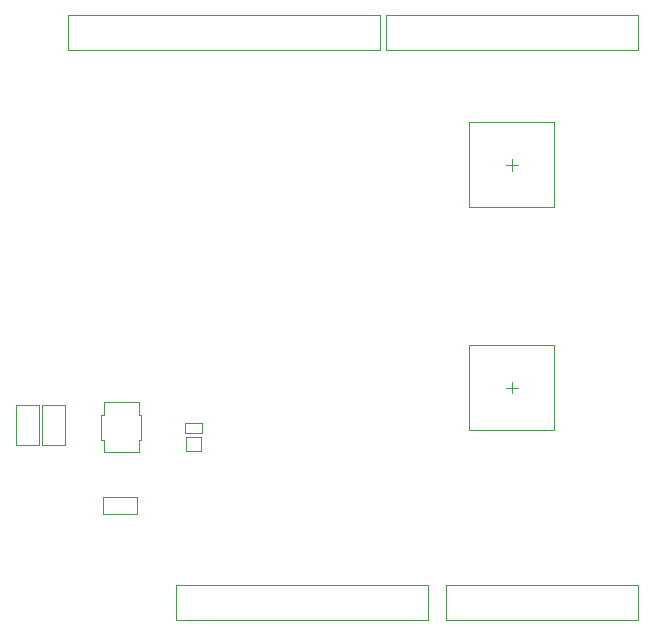
<source format=gbr>
G04*
G04 #@! TF.GenerationSoftware,Altium Limited,Altium Designer,23.0.1 (38)*
G04*
G04 Layer_Color=32768*
%FSLAX44Y44*%
%MOMM*%
G71*
G04*
G04 #@! TF.SameCoordinates,64DEC9DB-233E-40C6-88A2-80678BC6FC1E*
G04*
G04*
G04 #@! TF.FilePolarity,Positive*
G04*
G01*
G75*
%ADD32C,0.1000*%
%ADD33C,0.0500*%
D32*
X545164Y397764D02*
X555164D01*
X550164Y392764D02*
Y402764D01*
X545418Y209042D02*
X555418D01*
X550418Y204042D02*
Y214042D01*
D33*
X286891Y155524D02*
Y167104D01*
X274491Y155524D02*
X286891D01*
X274491D02*
Y167104D01*
X286891D01*
X171929Y160022D02*
Y194282D01*
X152269Y160022D02*
Y194282D01*
Y160022D02*
X171929D01*
X152269Y194282D02*
X171929D01*
X233115Y101840D02*
Y116140D01*
X203815Y101840D02*
Y116140D01*
X233115D01*
X203815Y101840D02*
X233115D01*
X150038Y160122D02*
Y194282D01*
X130378Y160122D02*
Y194282D01*
Y160122D02*
X150038D01*
X130378Y194282D02*
X150038D01*
X586164Y361764D02*
Y433764D01*
X514164Y361764D02*
X586164D01*
X514164D02*
Y433764D01*
X586164D01*
X586418Y173042D02*
Y245042D01*
X514418Y173042D02*
X586418D01*
X514418D02*
Y245042D01*
X586418D01*
X438628Y495228D02*
Y524328D01*
X174528D02*
X438628D01*
X174528Y495228D02*
Y524328D01*
Y495228D02*
X438628D01*
X657068Y12628D02*
Y41728D01*
X494568D02*
X657068D01*
X494568Y12628D02*
Y41728D01*
Y12628D02*
X657068D01*
X479268D02*
Y41728D01*
X265968D02*
X479268D01*
X265968Y12628D02*
Y41728D01*
Y12628D02*
X479268D01*
X657068Y495228D02*
Y524328D01*
X443768D02*
X657068D01*
X443768Y495228D02*
Y524328D01*
Y495228D02*
X657068D01*
X273521Y170296D02*
X287881D01*
X273521Y179256D02*
X287881D01*
X273521Y170296D02*
Y179256D01*
X287881Y170296D02*
Y179256D01*
X234555Y154104D02*
Y164904D01*
X236605D01*
Y185904D01*
X234555D02*
X236605D01*
X234555D02*
Y196704D01*
X204655D02*
X234555D01*
X204655Y185904D02*
Y196704D01*
X202605Y185904D02*
X204655D01*
X202605Y164904D02*
Y185904D01*
Y164904D02*
X204655D01*
Y154104D02*
Y164904D01*
Y154104D02*
X234555D01*
M02*

</source>
